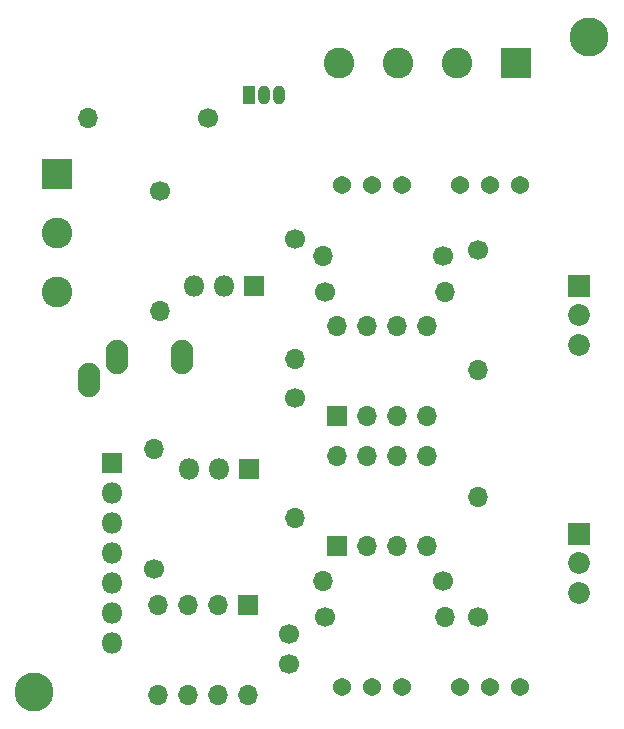
<source format=gbr>
%TF.GenerationSoftware,KiCad,Pcbnew,(5.1.6)-1*%
%TF.CreationDate,2020-07-07T17:24:47-04:00*%
%TF.ProjectId,GalvoDriver,47616c76-6f44-4726-9976-65722e6b6963,rev?*%
%TF.SameCoordinates,Original*%
%TF.FileFunction,Soldermask,Top*%
%TF.FilePolarity,Negative*%
%FSLAX46Y46*%
G04 Gerber Fmt 4.6, Leading zero omitted, Abs format (unit mm)*
G04 Created by KiCad (PCBNEW (5.1.6)-1) date 2020-07-07 17:24:47*
%MOMM*%
%LPD*%
G01*
G04 APERTURE LIST*
%ADD10C,3.300000*%
%ADD11C,1.700000*%
%ADD12O,1.700000X1.700000*%
%ADD13C,1.540000*%
%ADD14R,1.700000X1.700000*%
%ADD15R,1.800000X1.800000*%
%ADD16O,1.800000X1.800000*%
%ADD17O,1.900000X2.900000*%
%ADD18C,1.850000*%
%ADD19R,1.850000X1.850000*%
%ADD20C,2.600000*%
%ADD21R,2.600000X2.600000*%
%ADD22R,1.000000X1.600000*%
%ADD23O,1.000000X1.600000*%
G04 APERTURE END LIST*
D10*
%TO.C,REF\u002A\u002A*%
X86400000Y-37900000D03*
%TD*%
%TO.C,REF\u002A\u002A*%
X39400000Y-93400000D03*
%TD*%
D11*
%TO.C,C1*%
X61000000Y-88500000D03*
X61000000Y-91000000D03*
%TD*%
D12*
%TO.C,R1*%
X74160000Y-59500000D03*
D11*
X64000000Y-59500000D03*
%TD*%
%TO.C,R2*%
X61500000Y-55000000D03*
D12*
X61500000Y-65160000D03*
%TD*%
D11*
%TO.C,R3*%
X74000000Y-56500000D03*
D12*
X63840000Y-56500000D03*
%TD*%
%TO.C,R4*%
X77000000Y-66160000D03*
D11*
X77000000Y-56000000D03*
%TD*%
D12*
%TO.C,R5*%
X74160000Y-87000000D03*
D11*
X64000000Y-87000000D03*
%TD*%
%TO.C,R6*%
X61500000Y-68500000D03*
D12*
X61500000Y-78660000D03*
%TD*%
D11*
%TO.C,R7*%
X74000000Y-84000000D03*
D12*
X63840000Y-84000000D03*
%TD*%
%TO.C,R8*%
X77000000Y-76840000D03*
D11*
X77000000Y-87000000D03*
%TD*%
D13*
%TO.C,RV1*%
X65420000Y-50500000D03*
X67960000Y-50500000D03*
X70500000Y-50500000D03*
%TD*%
%TO.C,RV2*%
X80500000Y-50500000D03*
X77960000Y-50500000D03*
X75420000Y-50500000D03*
%TD*%
%TO.C,RV3*%
X70500000Y-93000000D03*
X67960000Y-93000000D03*
X65420000Y-93000000D03*
%TD*%
%TO.C,RV4*%
X75420000Y-93000000D03*
X77960000Y-93000000D03*
X80500000Y-93000000D03*
%TD*%
D12*
%TO.C,U1*%
X65000000Y-62380000D03*
X72620000Y-70000000D03*
X67540000Y-62380000D03*
X70080000Y-70000000D03*
X70080000Y-62380000D03*
X67540000Y-70000000D03*
X72620000Y-62380000D03*
D14*
X65000000Y-70000000D03*
%TD*%
D12*
%TO.C,U2*%
X57500000Y-93620000D03*
X49880000Y-86000000D03*
X54960000Y-93620000D03*
X52420000Y-86000000D03*
X52420000Y-93620000D03*
X54960000Y-86000000D03*
X49880000Y-93620000D03*
D14*
X57500000Y-86000000D03*
%TD*%
%TO.C,U3*%
X65000000Y-81000000D03*
D12*
X72620000Y-73380000D03*
X67540000Y-81000000D03*
X70080000Y-73380000D03*
X70080000Y-81000000D03*
X67540000Y-73380000D03*
X72620000Y-81000000D03*
X65000000Y-73380000D03*
%TD*%
D15*
%TO.C,J4*%
X58000000Y-59000000D03*
D16*
X55460000Y-59000000D03*
X52920000Y-59000000D03*
%TD*%
%TO.C,J5*%
X52460000Y-74500000D03*
X55000000Y-74500000D03*
D15*
X57540000Y-74500000D03*
%TD*%
D17*
%TO.C,J6*%
X44000000Y-67000000D03*
X46400000Y-65000000D03*
X51900000Y-65000000D03*
%TD*%
D12*
%TO.C,R9*%
X50000000Y-61160000D03*
D11*
X50000000Y-51000000D03*
%TD*%
%TO.C,R10*%
X49500000Y-83000000D03*
D12*
X49500000Y-72840000D03*
%TD*%
D18*
%TO.C,J2*%
X85500000Y-64000000D03*
X85500000Y-61500000D03*
D19*
X85500000Y-59000000D03*
%TD*%
%TO.C,J7*%
X85500000Y-80000000D03*
D18*
X85500000Y-82500000D03*
X85500000Y-85000000D03*
%TD*%
D20*
%TO.C,J1*%
X41300000Y-54500000D03*
D21*
X41300000Y-49500000D03*
D20*
X41300000Y-59500000D03*
%TD*%
D16*
%TO.C,J3*%
X46000000Y-89240000D03*
X46000000Y-86700000D03*
X46000000Y-84160000D03*
X46000000Y-81620000D03*
X46000000Y-79080000D03*
X46000000Y-76540000D03*
D15*
X46000000Y-74000000D03*
%TD*%
D20*
%TO.C,J8*%
X75200000Y-40100000D03*
D21*
X80200000Y-40100000D03*
D20*
X70200000Y-40100000D03*
X65200000Y-40100000D03*
%TD*%
D22*
%TO.C,Q1*%
X57600000Y-42800000D03*
D23*
X60140000Y-42800000D03*
X58870000Y-42800000D03*
%TD*%
D12*
%TO.C,R11*%
X43940000Y-44800000D03*
D11*
X54100000Y-44800000D03*
%TD*%
M02*

</source>
